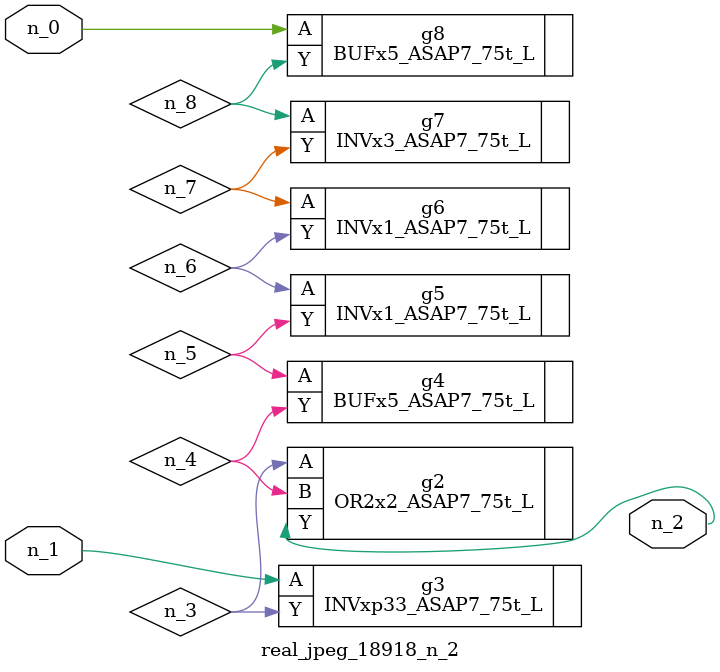
<source format=v>
module real_jpeg_18918_n_2 (n_1, n_0, n_2);

input n_1;
input n_0;

output n_2;

wire n_5;
wire n_4;
wire n_8;
wire n_6;
wire n_7;
wire n_3;

BUFx5_ASAP7_75t_L g8 ( 
.A(n_0),
.Y(n_8)
);

INVxp33_ASAP7_75t_L g3 ( 
.A(n_1),
.Y(n_3)
);

OR2x2_ASAP7_75t_L g2 ( 
.A(n_3),
.B(n_4),
.Y(n_2)
);

BUFx5_ASAP7_75t_L g4 ( 
.A(n_5),
.Y(n_4)
);

INVx1_ASAP7_75t_L g5 ( 
.A(n_6),
.Y(n_5)
);

INVx1_ASAP7_75t_L g6 ( 
.A(n_7),
.Y(n_6)
);

INVx3_ASAP7_75t_L g7 ( 
.A(n_8),
.Y(n_7)
);


endmodule
</source>
